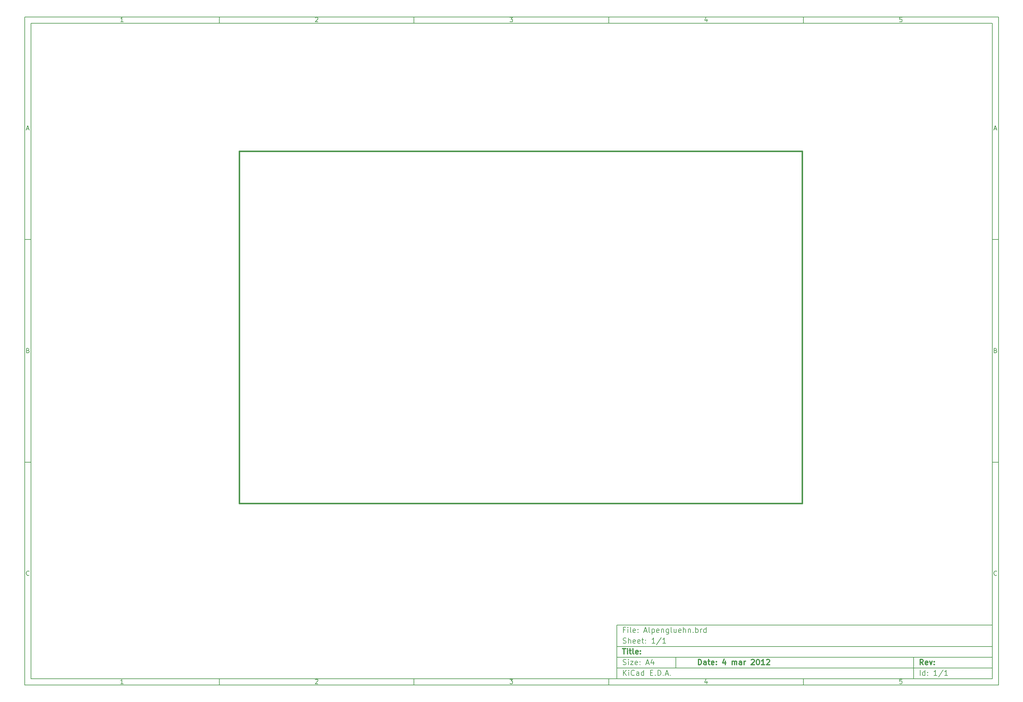
<source format=gbr>
G04 (created by PCBNEW-RS274X (2012-01-21 BZR 3373)-stable) date So 04 Mär 2012 16:34:54 CET*
G01*
G70*
G90*
%MOIN*%
G04 Gerber Fmt 3.4, Leading zero omitted, Abs format*
%FSLAX34Y34*%
G04 APERTURE LIST*
%ADD10C,0.006000*%
%ADD11C,0.012000*%
%ADD12C,0.015000*%
G04 APERTURE END LIST*
G54D10*
X04000Y-04000D02*
X112930Y-04000D01*
X112930Y-78680D01*
X04000Y-78680D01*
X04000Y-04000D01*
X04700Y-04700D02*
X112230Y-04700D01*
X112230Y-77980D01*
X04700Y-77980D01*
X04700Y-04700D01*
X25780Y-04000D02*
X25780Y-04700D01*
X15033Y-04552D02*
X14747Y-04552D01*
X14890Y-04552D02*
X14890Y-04052D01*
X14842Y-04124D01*
X14795Y-04171D01*
X14747Y-04195D01*
X25780Y-78680D02*
X25780Y-77980D01*
X15033Y-78532D02*
X14747Y-78532D01*
X14890Y-78532D02*
X14890Y-78032D01*
X14842Y-78104D01*
X14795Y-78151D01*
X14747Y-78175D01*
X47560Y-04000D02*
X47560Y-04700D01*
X36527Y-04100D02*
X36551Y-04076D01*
X36599Y-04052D01*
X36718Y-04052D01*
X36765Y-04076D01*
X36789Y-04100D01*
X36813Y-04148D01*
X36813Y-04195D01*
X36789Y-04267D01*
X36503Y-04552D01*
X36813Y-04552D01*
X47560Y-78680D02*
X47560Y-77980D01*
X36527Y-78080D02*
X36551Y-78056D01*
X36599Y-78032D01*
X36718Y-78032D01*
X36765Y-78056D01*
X36789Y-78080D01*
X36813Y-78128D01*
X36813Y-78175D01*
X36789Y-78247D01*
X36503Y-78532D01*
X36813Y-78532D01*
X69340Y-04000D02*
X69340Y-04700D01*
X58283Y-04052D02*
X58593Y-04052D01*
X58426Y-04243D01*
X58498Y-04243D01*
X58545Y-04267D01*
X58569Y-04290D01*
X58593Y-04338D01*
X58593Y-04457D01*
X58569Y-04505D01*
X58545Y-04529D01*
X58498Y-04552D01*
X58355Y-04552D01*
X58307Y-04529D01*
X58283Y-04505D01*
X69340Y-78680D02*
X69340Y-77980D01*
X58283Y-78032D02*
X58593Y-78032D01*
X58426Y-78223D01*
X58498Y-78223D01*
X58545Y-78247D01*
X58569Y-78270D01*
X58593Y-78318D01*
X58593Y-78437D01*
X58569Y-78485D01*
X58545Y-78509D01*
X58498Y-78532D01*
X58355Y-78532D01*
X58307Y-78509D01*
X58283Y-78485D01*
X91120Y-04000D02*
X91120Y-04700D01*
X80325Y-04219D02*
X80325Y-04552D01*
X80206Y-04029D02*
X80087Y-04386D01*
X80397Y-04386D01*
X91120Y-78680D02*
X91120Y-77980D01*
X80325Y-78199D02*
X80325Y-78532D01*
X80206Y-78009D02*
X80087Y-78366D01*
X80397Y-78366D01*
X102129Y-04052D02*
X101891Y-04052D01*
X101867Y-04290D01*
X101891Y-04267D01*
X101939Y-04243D01*
X102058Y-04243D01*
X102105Y-04267D01*
X102129Y-04290D01*
X102153Y-04338D01*
X102153Y-04457D01*
X102129Y-04505D01*
X102105Y-04529D01*
X102058Y-04552D01*
X101939Y-04552D01*
X101891Y-04529D01*
X101867Y-04505D01*
X102129Y-78032D02*
X101891Y-78032D01*
X101867Y-78270D01*
X101891Y-78247D01*
X101939Y-78223D01*
X102058Y-78223D01*
X102105Y-78247D01*
X102129Y-78270D01*
X102153Y-78318D01*
X102153Y-78437D01*
X102129Y-78485D01*
X102105Y-78509D01*
X102058Y-78532D01*
X101939Y-78532D01*
X101891Y-78509D01*
X101867Y-78485D01*
X04000Y-28890D02*
X04700Y-28890D01*
X04231Y-16510D02*
X04469Y-16510D01*
X04184Y-16652D02*
X04350Y-16152D01*
X04517Y-16652D01*
X112930Y-28890D02*
X112230Y-28890D01*
X112461Y-16510D02*
X112699Y-16510D01*
X112414Y-16652D02*
X112580Y-16152D01*
X112747Y-16652D01*
X04000Y-53780D02*
X04700Y-53780D01*
X04386Y-41280D02*
X04457Y-41304D01*
X04481Y-41328D01*
X04505Y-41376D01*
X04505Y-41447D01*
X04481Y-41495D01*
X04457Y-41519D01*
X04410Y-41542D01*
X04219Y-41542D01*
X04219Y-41042D01*
X04386Y-41042D01*
X04433Y-41066D01*
X04457Y-41090D01*
X04481Y-41138D01*
X04481Y-41185D01*
X04457Y-41233D01*
X04433Y-41257D01*
X04386Y-41280D01*
X04219Y-41280D01*
X112930Y-53780D02*
X112230Y-53780D01*
X112616Y-41280D02*
X112687Y-41304D01*
X112711Y-41328D01*
X112735Y-41376D01*
X112735Y-41447D01*
X112711Y-41495D01*
X112687Y-41519D01*
X112640Y-41542D01*
X112449Y-41542D01*
X112449Y-41042D01*
X112616Y-41042D01*
X112663Y-41066D01*
X112687Y-41090D01*
X112711Y-41138D01*
X112711Y-41185D01*
X112687Y-41233D01*
X112663Y-41257D01*
X112616Y-41280D01*
X112449Y-41280D01*
X04505Y-66385D02*
X04481Y-66409D01*
X04410Y-66432D01*
X04362Y-66432D01*
X04290Y-66409D01*
X04243Y-66361D01*
X04219Y-66313D01*
X04195Y-66218D01*
X04195Y-66147D01*
X04219Y-66051D01*
X04243Y-66004D01*
X04290Y-65956D01*
X04362Y-65932D01*
X04410Y-65932D01*
X04481Y-65956D01*
X04505Y-65980D01*
X112735Y-66385D02*
X112711Y-66409D01*
X112640Y-66432D01*
X112592Y-66432D01*
X112520Y-66409D01*
X112473Y-66361D01*
X112449Y-66313D01*
X112425Y-66218D01*
X112425Y-66147D01*
X112449Y-66051D01*
X112473Y-66004D01*
X112520Y-65956D01*
X112592Y-65932D01*
X112640Y-65932D01*
X112711Y-65956D01*
X112735Y-65980D01*
G54D11*
X79373Y-76423D02*
X79373Y-75823D01*
X79516Y-75823D01*
X79601Y-75851D01*
X79659Y-75909D01*
X79687Y-75966D01*
X79716Y-76080D01*
X79716Y-76166D01*
X79687Y-76280D01*
X79659Y-76337D01*
X79601Y-76394D01*
X79516Y-76423D01*
X79373Y-76423D01*
X80230Y-76423D02*
X80230Y-76109D01*
X80201Y-76051D01*
X80144Y-76023D01*
X80030Y-76023D01*
X79973Y-76051D01*
X80230Y-76394D02*
X80173Y-76423D01*
X80030Y-76423D01*
X79973Y-76394D01*
X79944Y-76337D01*
X79944Y-76280D01*
X79973Y-76223D01*
X80030Y-76194D01*
X80173Y-76194D01*
X80230Y-76166D01*
X80430Y-76023D02*
X80659Y-76023D01*
X80516Y-75823D02*
X80516Y-76337D01*
X80544Y-76394D01*
X80602Y-76423D01*
X80659Y-76423D01*
X81087Y-76394D02*
X81030Y-76423D01*
X80916Y-76423D01*
X80859Y-76394D01*
X80830Y-76337D01*
X80830Y-76109D01*
X80859Y-76051D01*
X80916Y-76023D01*
X81030Y-76023D01*
X81087Y-76051D01*
X81116Y-76109D01*
X81116Y-76166D01*
X80830Y-76223D01*
X81373Y-76366D02*
X81401Y-76394D01*
X81373Y-76423D01*
X81344Y-76394D01*
X81373Y-76366D01*
X81373Y-76423D01*
X81373Y-76051D02*
X81401Y-76080D01*
X81373Y-76109D01*
X81344Y-76080D01*
X81373Y-76051D01*
X81373Y-76109D01*
X82373Y-76023D02*
X82373Y-76423D01*
X82230Y-75794D02*
X82087Y-76223D01*
X82459Y-76223D01*
X83144Y-76423D02*
X83144Y-76023D01*
X83144Y-76080D02*
X83172Y-76051D01*
X83230Y-76023D01*
X83315Y-76023D01*
X83372Y-76051D01*
X83401Y-76109D01*
X83401Y-76423D01*
X83401Y-76109D02*
X83430Y-76051D01*
X83487Y-76023D01*
X83572Y-76023D01*
X83630Y-76051D01*
X83658Y-76109D01*
X83658Y-76423D01*
X84201Y-76423D02*
X84201Y-76109D01*
X84172Y-76051D01*
X84115Y-76023D01*
X84001Y-76023D01*
X83944Y-76051D01*
X84201Y-76394D02*
X84144Y-76423D01*
X84001Y-76423D01*
X83944Y-76394D01*
X83915Y-76337D01*
X83915Y-76280D01*
X83944Y-76223D01*
X84001Y-76194D01*
X84144Y-76194D01*
X84201Y-76166D01*
X84487Y-76423D02*
X84487Y-76023D01*
X84487Y-76137D02*
X84515Y-76080D01*
X84544Y-76051D01*
X84601Y-76023D01*
X84658Y-76023D01*
X85286Y-75880D02*
X85315Y-75851D01*
X85372Y-75823D01*
X85515Y-75823D01*
X85572Y-75851D01*
X85601Y-75880D01*
X85629Y-75937D01*
X85629Y-75994D01*
X85601Y-76080D01*
X85258Y-76423D01*
X85629Y-76423D01*
X86000Y-75823D02*
X86057Y-75823D01*
X86114Y-75851D01*
X86143Y-75880D01*
X86172Y-75937D01*
X86200Y-76051D01*
X86200Y-76194D01*
X86172Y-76309D01*
X86143Y-76366D01*
X86114Y-76394D01*
X86057Y-76423D01*
X86000Y-76423D01*
X85943Y-76394D01*
X85914Y-76366D01*
X85886Y-76309D01*
X85857Y-76194D01*
X85857Y-76051D01*
X85886Y-75937D01*
X85914Y-75880D01*
X85943Y-75851D01*
X86000Y-75823D01*
X86771Y-76423D02*
X86428Y-76423D01*
X86600Y-76423D02*
X86600Y-75823D01*
X86543Y-75909D01*
X86485Y-75966D01*
X86428Y-75994D01*
X86999Y-75880D02*
X87028Y-75851D01*
X87085Y-75823D01*
X87228Y-75823D01*
X87285Y-75851D01*
X87314Y-75880D01*
X87342Y-75937D01*
X87342Y-75994D01*
X87314Y-76080D01*
X86971Y-76423D01*
X87342Y-76423D01*
G54D10*
X70973Y-77623D02*
X70973Y-77023D01*
X71316Y-77623D02*
X71059Y-77280D01*
X71316Y-77023D02*
X70973Y-77366D01*
X71573Y-77623D02*
X71573Y-77223D01*
X71573Y-77023D02*
X71544Y-77051D01*
X71573Y-77080D01*
X71601Y-77051D01*
X71573Y-77023D01*
X71573Y-77080D01*
X72202Y-77566D02*
X72173Y-77594D01*
X72087Y-77623D01*
X72030Y-77623D01*
X71945Y-77594D01*
X71887Y-77537D01*
X71859Y-77480D01*
X71830Y-77366D01*
X71830Y-77280D01*
X71859Y-77166D01*
X71887Y-77109D01*
X71945Y-77051D01*
X72030Y-77023D01*
X72087Y-77023D01*
X72173Y-77051D01*
X72202Y-77080D01*
X72716Y-77623D02*
X72716Y-77309D01*
X72687Y-77251D01*
X72630Y-77223D01*
X72516Y-77223D01*
X72459Y-77251D01*
X72716Y-77594D02*
X72659Y-77623D01*
X72516Y-77623D01*
X72459Y-77594D01*
X72430Y-77537D01*
X72430Y-77480D01*
X72459Y-77423D01*
X72516Y-77394D01*
X72659Y-77394D01*
X72716Y-77366D01*
X73259Y-77623D02*
X73259Y-77023D01*
X73259Y-77594D02*
X73202Y-77623D01*
X73088Y-77623D01*
X73030Y-77594D01*
X73002Y-77566D01*
X72973Y-77509D01*
X72973Y-77337D01*
X73002Y-77280D01*
X73030Y-77251D01*
X73088Y-77223D01*
X73202Y-77223D01*
X73259Y-77251D01*
X74002Y-77309D02*
X74202Y-77309D01*
X74288Y-77623D02*
X74002Y-77623D01*
X74002Y-77023D01*
X74288Y-77023D01*
X74545Y-77566D02*
X74573Y-77594D01*
X74545Y-77623D01*
X74516Y-77594D01*
X74545Y-77566D01*
X74545Y-77623D01*
X74831Y-77623D02*
X74831Y-77023D01*
X74974Y-77023D01*
X75059Y-77051D01*
X75117Y-77109D01*
X75145Y-77166D01*
X75174Y-77280D01*
X75174Y-77366D01*
X75145Y-77480D01*
X75117Y-77537D01*
X75059Y-77594D01*
X74974Y-77623D01*
X74831Y-77623D01*
X75431Y-77566D02*
X75459Y-77594D01*
X75431Y-77623D01*
X75402Y-77594D01*
X75431Y-77566D01*
X75431Y-77623D01*
X75688Y-77451D02*
X75974Y-77451D01*
X75631Y-77623D02*
X75831Y-77023D01*
X76031Y-77623D01*
X76231Y-77566D02*
X76259Y-77594D01*
X76231Y-77623D01*
X76202Y-77594D01*
X76231Y-77566D01*
X76231Y-77623D01*
G54D11*
X104516Y-76423D02*
X104316Y-76137D01*
X104173Y-76423D02*
X104173Y-75823D01*
X104401Y-75823D01*
X104459Y-75851D01*
X104487Y-75880D01*
X104516Y-75937D01*
X104516Y-76023D01*
X104487Y-76080D01*
X104459Y-76109D01*
X104401Y-76137D01*
X104173Y-76137D01*
X105001Y-76394D02*
X104944Y-76423D01*
X104830Y-76423D01*
X104773Y-76394D01*
X104744Y-76337D01*
X104744Y-76109D01*
X104773Y-76051D01*
X104830Y-76023D01*
X104944Y-76023D01*
X105001Y-76051D01*
X105030Y-76109D01*
X105030Y-76166D01*
X104744Y-76223D01*
X105230Y-76023D02*
X105373Y-76423D01*
X105515Y-76023D01*
X105744Y-76366D02*
X105772Y-76394D01*
X105744Y-76423D01*
X105715Y-76394D01*
X105744Y-76366D01*
X105744Y-76423D01*
X105744Y-76051D02*
X105772Y-76080D01*
X105744Y-76109D01*
X105715Y-76080D01*
X105744Y-76051D01*
X105744Y-76109D01*
G54D10*
X70944Y-76394D02*
X71030Y-76423D01*
X71173Y-76423D01*
X71230Y-76394D01*
X71259Y-76366D01*
X71287Y-76309D01*
X71287Y-76251D01*
X71259Y-76194D01*
X71230Y-76166D01*
X71173Y-76137D01*
X71059Y-76109D01*
X71001Y-76080D01*
X70973Y-76051D01*
X70944Y-75994D01*
X70944Y-75937D01*
X70973Y-75880D01*
X71001Y-75851D01*
X71059Y-75823D01*
X71201Y-75823D01*
X71287Y-75851D01*
X71544Y-76423D02*
X71544Y-76023D01*
X71544Y-75823D02*
X71515Y-75851D01*
X71544Y-75880D01*
X71572Y-75851D01*
X71544Y-75823D01*
X71544Y-75880D01*
X71773Y-76023D02*
X72087Y-76023D01*
X71773Y-76423D01*
X72087Y-76423D01*
X72544Y-76394D02*
X72487Y-76423D01*
X72373Y-76423D01*
X72316Y-76394D01*
X72287Y-76337D01*
X72287Y-76109D01*
X72316Y-76051D01*
X72373Y-76023D01*
X72487Y-76023D01*
X72544Y-76051D01*
X72573Y-76109D01*
X72573Y-76166D01*
X72287Y-76223D01*
X72830Y-76366D02*
X72858Y-76394D01*
X72830Y-76423D01*
X72801Y-76394D01*
X72830Y-76366D01*
X72830Y-76423D01*
X72830Y-76051D02*
X72858Y-76080D01*
X72830Y-76109D01*
X72801Y-76080D01*
X72830Y-76051D01*
X72830Y-76109D01*
X73544Y-76251D02*
X73830Y-76251D01*
X73487Y-76423D02*
X73687Y-75823D01*
X73887Y-76423D01*
X74344Y-76023D02*
X74344Y-76423D01*
X74201Y-75794D02*
X74058Y-76223D01*
X74430Y-76223D01*
X104173Y-77623D02*
X104173Y-77023D01*
X104716Y-77623D02*
X104716Y-77023D01*
X104716Y-77594D02*
X104659Y-77623D01*
X104545Y-77623D01*
X104487Y-77594D01*
X104459Y-77566D01*
X104430Y-77509D01*
X104430Y-77337D01*
X104459Y-77280D01*
X104487Y-77251D01*
X104545Y-77223D01*
X104659Y-77223D01*
X104716Y-77251D01*
X105002Y-77566D02*
X105030Y-77594D01*
X105002Y-77623D01*
X104973Y-77594D01*
X105002Y-77566D01*
X105002Y-77623D01*
X105002Y-77251D02*
X105030Y-77280D01*
X105002Y-77309D01*
X104973Y-77280D01*
X105002Y-77251D01*
X105002Y-77309D01*
X106059Y-77623D02*
X105716Y-77623D01*
X105888Y-77623D02*
X105888Y-77023D01*
X105831Y-77109D01*
X105773Y-77166D01*
X105716Y-77194D01*
X106744Y-76994D02*
X106230Y-77766D01*
X107259Y-77623D02*
X106916Y-77623D01*
X107088Y-77623D02*
X107088Y-77023D01*
X107031Y-77109D01*
X106973Y-77166D01*
X106916Y-77194D01*
G54D11*
X70887Y-74623D02*
X71230Y-74623D01*
X71059Y-75223D02*
X71059Y-74623D01*
X71430Y-75223D02*
X71430Y-74823D01*
X71430Y-74623D02*
X71401Y-74651D01*
X71430Y-74680D01*
X71458Y-74651D01*
X71430Y-74623D01*
X71430Y-74680D01*
X71630Y-74823D02*
X71859Y-74823D01*
X71716Y-74623D02*
X71716Y-75137D01*
X71744Y-75194D01*
X71802Y-75223D01*
X71859Y-75223D01*
X72145Y-75223D02*
X72087Y-75194D01*
X72059Y-75137D01*
X72059Y-74623D01*
X72601Y-75194D02*
X72544Y-75223D01*
X72430Y-75223D01*
X72373Y-75194D01*
X72344Y-75137D01*
X72344Y-74909D01*
X72373Y-74851D01*
X72430Y-74823D01*
X72544Y-74823D01*
X72601Y-74851D01*
X72630Y-74909D01*
X72630Y-74966D01*
X72344Y-75023D01*
X72887Y-75166D02*
X72915Y-75194D01*
X72887Y-75223D01*
X72858Y-75194D01*
X72887Y-75166D01*
X72887Y-75223D01*
X72887Y-74851D02*
X72915Y-74880D01*
X72887Y-74909D01*
X72858Y-74880D01*
X72887Y-74851D01*
X72887Y-74909D01*
G54D10*
X71173Y-72509D02*
X70973Y-72509D01*
X70973Y-72823D02*
X70973Y-72223D01*
X71259Y-72223D01*
X71487Y-72823D02*
X71487Y-72423D01*
X71487Y-72223D02*
X71458Y-72251D01*
X71487Y-72280D01*
X71515Y-72251D01*
X71487Y-72223D01*
X71487Y-72280D01*
X71859Y-72823D02*
X71801Y-72794D01*
X71773Y-72737D01*
X71773Y-72223D01*
X72315Y-72794D02*
X72258Y-72823D01*
X72144Y-72823D01*
X72087Y-72794D01*
X72058Y-72737D01*
X72058Y-72509D01*
X72087Y-72451D01*
X72144Y-72423D01*
X72258Y-72423D01*
X72315Y-72451D01*
X72344Y-72509D01*
X72344Y-72566D01*
X72058Y-72623D01*
X72601Y-72766D02*
X72629Y-72794D01*
X72601Y-72823D01*
X72572Y-72794D01*
X72601Y-72766D01*
X72601Y-72823D01*
X72601Y-72451D02*
X72629Y-72480D01*
X72601Y-72509D01*
X72572Y-72480D01*
X72601Y-72451D01*
X72601Y-72509D01*
X73315Y-72651D02*
X73601Y-72651D01*
X73258Y-72823D02*
X73458Y-72223D01*
X73658Y-72823D01*
X73944Y-72823D02*
X73886Y-72794D01*
X73858Y-72737D01*
X73858Y-72223D01*
X74172Y-72423D02*
X74172Y-73023D01*
X74172Y-72451D02*
X74229Y-72423D01*
X74343Y-72423D01*
X74400Y-72451D01*
X74429Y-72480D01*
X74458Y-72537D01*
X74458Y-72709D01*
X74429Y-72766D01*
X74400Y-72794D01*
X74343Y-72823D01*
X74229Y-72823D01*
X74172Y-72794D01*
X74943Y-72794D02*
X74886Y-72823D01*
X74772Y-72823D01*
X74715Y-72794D01*
X74686Y-72737D01*
X74686Y-72509D01*
X74715Y-72451D01*
X74772Y-72423D01*
X74886Y-72423D01*
X74943Y-72451D01*
X74972Y-72509D01*
X74972Y-72566D01*
X74686Y-72623D01*
X75229Y-72423D02*
X75229Y-72823D01*
X75229Y-72480D02*
X75257Y-72451D01*
X75315Y-72423D01*
X75400Y-72423D01*
X75457Y-72451D01*
X75486Y-72509D01*
X75486Y-72823D01*
X76029Y-72423D02*
X76029Y-72909D01*
X76000Y-72966D01*
X75972Y-72994D01*
X75915Y-73023D01*
X75829Y-73023D01*
X75772Y-72994D01*
X76029Y-72794D02*
X75972Y-72823D01*
X75858Y-72823D01*
X75800Y-72794D01*
X75772Y-72766D01*
X75743Y-72709D01*
X75743Y-72537D01*
X75772Y-72480D01*
X75800Y-72451D01*
X75858Y-72423D01*
X75972Y-72423D01*
X76029Y-72451D01*
X76401Y-72823D02*
X76343Y-72794D01*
X76315Y-72737D01*
X76315Y-72223D01*
X76886Y-72423D02*
X76886Y-72823D01*
X76629Y-72423D02*
X76629Y-72737D01*
X76657Y-72794D01*
X76715Y-72823D01*
X76800Y-72823D01*
X76857Y-72794D01*
X76886Y-72766D01*
X77400Y-72794D02*
X77343Y-72823D01*
X77229Y-72823D01*
X77172Y-72794D01*
X77143Y-72737D01*
X77143Y-72509D01*
X77172Y-72451D01*
X77229Y-72423D01*
X77343Y-72423D01*
X77400Y-72451D01*
X77429Y-72509D01*
X77429Y-72566D01*
X77143Y-72623D01*
X77686Y-72823D02*
X77686Y-72223D01*
X77943Y-72823D02*
X77943Y-72509D01*
X77914Y-72451D01*
X77857Y-72423D01*
X77772Y-72423D01*
X77714Y-72451D01*
X77686Y-72480D01*
X78229Y-72423D02*
X78229Y-72823D01*
X78229Y-72480D02*
X78257Y-72451D01*
X78315Y-72423D01*
X78400Y-72423D01*
X78457Y-72451D01*
X78486Y-72509D01*
X78486Y-72823D01*
X78772Y-72766D02*
X78800Y-72794D01*
X78772Y-72823D01*
X78743Y-72794D01*
X78772Y-72766D01*
X78772Y-72823D01*
X79058Y-72823D02*
X79058Y-72223D01*
X79058Y-72451D02*
X79115Y-72423D01*
X79229Y-72423D01*
X79286Y-72451D01*
X79315Y-72480D01*
X79344Y-72537D01*
X79344Y-72709D01*
X79315Y-72766D01*
X79286Y-72794D01*
X79229Y-72823D01*
X79115Y-72823D01*
X79058Y-72794D01*
X79601Y-72823D02*
X79601Y-72423D01*
X79601Y-72537D02*
X79629Y-72480D01*
X79658Y-72451D01*
X79715Y-72423D01*
X79772Y-72423D01*
X80229Y-72823D02*
X80229Y-72223D01*
X80229Y-72794D02*
X80172Y-72823D01*
X80058Y-72823D01*
X80000Y-72794D01*
X79972Y-72766D01*
X79943Y-72709D01*
X79943Y-72537D01*
X79972Y-72480D01*
X80000Y-72451D01*
X80058Y-72423D01*
X80172Y-72423D01*
X80229Y-72451D01*
X70944Y-73994D02*
X71030Y-74023D01*
X71173Y-74023D01*
X71230Y-73994D01*
X71259Y-73966D01*
X71287Y-73909D01*
X71287Y-73851D01*
X71259Y-73794D01*
X71230Y-73766D01*
X71173Y-73737D01*
X71059Y-73709D01*
X71001Y-73680D01*
X70973Y-73651D01*
X70944Y-73594D01*
X70944Y-73537D01*
X70973Y-73480D01*
X71001Y-73451D01*
X71059Y-73423D01*
X71201Y-73423D01*
X71287Y-73451D01*
X71544Y-74023D02*
X71544Y-73423D01*
X71801Y-74023D02*
X71801Y-73709D01*
X71772Y-73651D01*
X71715Y-73623D01*
X71630Y-73623D01*
X71572Y-73651D01*
X71544Y-73680D01*
X72315Y-73994D02*
X72258Y-74023D01*
X72144Y-74023D01*
X72087Y-73994D01*
X72058Y-73937D01*
X72058Y-73709D01*
X72087Y-73651D01*
X72144Y-73623D01*
X72258Y-73623D01*
X72315Y-73651D01*
X72344Y-73709D01*
X72344Y-73766D01*
X72058Y-73823D01*
X72829Y-73994D02*
X72772Y-74023D01*
X72658Y-74023D01*
X72601Y-73994D01*
X72572Y-73937D01*
X72572Y-73709D01*
X72601Y-73651D01*
X72658Y-73623D01*
X72772Y-73623D01*
X72829Y-73651D01*
X72858Y-73709D01*
X72858Y-73766D01*
X72572Y-73823D01*
X73029Y-73623D02*
X73258Y-73623D01*
X73115Y-73423D02*
X73115Y-73937D01*
X73143Y-73994D01*
X73201Y-74023D01*
X73258Y-74023D01*
X73458Y-73966D02*
X73486Y-73994D01*
X73458Y-74023D01*
X73429Y-73994D01*
X73458Y-73966D01*
X73458Y-74023D01*
X73458Y-73651D02*
X73486Y-73680D01*
X73458Y-73709D01*
X73429Y-73680D01*
X73458Y-73651D01*
X73458Y-73709D01*
X74515Y-74023D02*
X74172Y-74023D01*
X74344Y-74023D02*
X74344Y-73423D01*
X74287Y-73509D01*
X74229Y-73566D01*
X74172Y-73594D01*
X75200Y-73394D02*
X74686Y-74166D01*
X75715Y-74023D02*
X75372Y-74023D01*
X75544Y-74023D02*
X75544Y-73423D01*
X75487Y-73509D01*
X75429Y-73566D01*
X75372Y-73594D01*
X70230Y-71980D02*
X70230Y-77980D01*
X70230Y-71980D02*
X112230Y-71980D01*
X70230Y-71980D02*
X112230Y-71980D01*
X70230Y-74380D02*
X112230Y-74380D01*
X103430Y-75580D02*
X103430Y-77980D01*
X70230Y-76780D02*
X112230Y-76780D01*
X70230Y-75580D02*
X112230Y-75580D01*
X76830Y-75580D02*
X76830Y-76780D01*
G54D12*
X90992Y-19000D02*
X28000Y-19000D01*
X90992Y-58370D02*
X90992Y-19000D01*
X28000Y-58370D02*
X90992Y-58370D01*
X28000Y-19000D02*
X28000Y-58370D01*
M02*

</source>
